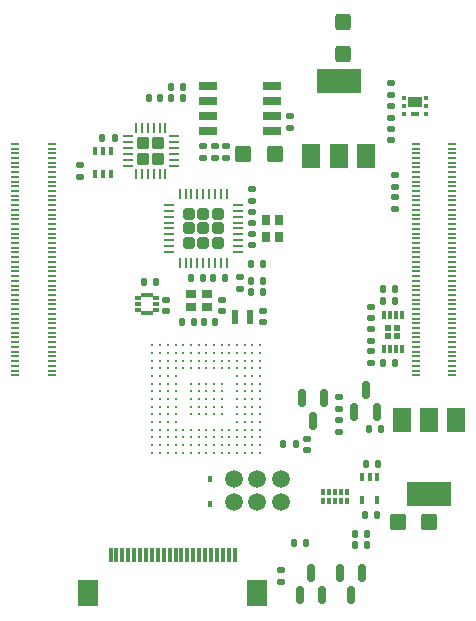
<source format=gbr>
%TF.GenerationSoftware,KiCad,Pcbnew,(6.0.0-0)*%
%TF.CreationDate,2022-02-19T21:54:14+03:00*%
%TF.ProjectId,CopterCat_cm4,436f7074-6572-4436-9174-5f636d342e6b,rev?*%
%TF.SameCoordinates,Original*%
%TF.FileFunction,Paste,Top*%
%TF.FilePolarity,Positive*%
%FSLAX46Y46*%
G04 Gerber Fmt 4.6, Leading zero omitted, Abs format (unit mm)*
G04 Created by KiCad (PCBNEW (6.0.0-0)) date 2022-02-19 21:54:14*
%MOMM*%
%LPD*%
G01*
G04 APERTURE LIST*
G04 Aperture macros list*
%AMRoundRect*
0 Rectangle with rounded corners*
0 $1 Rounding radius*
0 $2 $3 $4 $5 $6 $7 $8 $9 X,Y pos of 4 corners*
0 Add a 4 corners polygon primitive as box body*
4,1,4,$2,$3,$4,$5,$6,$7,$8,$9,$2,$3,0*
0 Add four circle primitives for the rounded corners*
1,1,$1+$1,$2,$3*
1,1,$1+$1,$4,$5*
1,1,$1+$1,$6,$7*
1,1,$1+$1,$8,$9*
0 Add four rect primitives between the rounded corners*
20,1,$1+$1,$2,$3,$4,$5,0*
20,1,$1+$1,$4,$5,$6,$7,0*
20,1,$1+$1,$6,$7,$8,$9,0*
20,1,$1+$1,$8,$9,$2,$3,0*%
G04 Aperture macros list end*
%ADD10R,1.500000X2.000000*%
%ADD11R,3.800000X2.000000*%
%ADD12RoundRect,0.135000X-0.185000X0.135000X-0.185000X-0.135000X0.185000X-0.135000X0.185000X0.135000X0*%
%ADD13RoundRect,0.250000X0.275000X0.275000X-0.275000X0.275000X-0.275000X-0.275000X0.275000X-0.275000X0*%
%ADD14RoundRect,0.062500X0.350000X0.062500X-0.350000X0.062500X-0.350000X-0.062500X0.350000X-0.062500X0*%
%ADD15RoundRect,0.062500X0.062500X0.350000X-0.062500X0.350000X-0.062500X-0.350000X0.062500X-0.350000X0*%
%ADD16RoundRect,0.135000X0.135000X0.185000X-0.135000X0.185000X-0.135000X-0.185000X0.135000X-0.185000X0*%
%ADD17RoundRect,0.135000X0.185000X-0.135000X0.185000X0.135000X-0.185000X0.135000X-0.185000X-0.135000X0*%
%ADD18RoundRect,0.135000X-0.135000X-0.185000X0.135000X-0.185000X0.135000X0.185000X-0.135000X0.185000X0*%
%ADD19RoundRect,0.247500X-0.247500X0.247500X-0.247500X-0.247500X0.247500X-0.247500X0.247500X0.247500X0*%
%ADD20RoundRect,0.062500X-0.062500X0.350000X-0.062500X-0.350000X0.062500X-0.350000X0.062500X0.350000X0*%
%ADD21RoundRect,0.062500X-0.350000X0.062500X-0.350000X-0.062500X0.350000X-0.062500X0.350000X0.062500X0*%
%ADD22RoundRect,0.140000X-0.170000X0.140000X-0.170000X-0.140000X0.170000X-0.140000X0.170000X0.140000X0*%
%ADD23R,0.425000X0.400000*%
%ADD24R,1.150000X0.950000*%
%ADD25R,0.750000X0.300000*%
%ADD26RoundRect,0.140000X0.140000X0.170000X-0.140000X0.170000X-0.140000X-0.170000X0.140000X-0.170000X0*%
%ADD27R,0.400000X0.650000*%
%ADD28RoundRect,0.150000X-0.150000X0.587500X-0.150000X-0.587500X0.150000X-0.587500X0.150000X0.587500X0*%
%ADD29R,0.900000X0.800000*%
%ADD30R,0.300000X0.550000*%
%ADD31R,0.400000X0.550000*%
%ADD32R,0.700000X0.200000*%
%ADD33R,0.800000X0.900000*%
%ADD34R,0.300000X1.300000*%
%ADD35R,1.800000X2.200000*%
%ADD36RoundRect,0.250000X-0.450000X-0.425000X0.450000X-0.425000X0.450000X0.425000X-0.450000X0.425000X0*%
%ADD37RoundRect,0.007000X-0.183000X0.168000X-0.183000X-0.168000X0.183000X-0.168000X0.183000X0.168000X0*%
%ADD38C,0.300000*%
%ADD39RoundRect,0.140000X-0.140000X-0.170000X0.140000X-0.170000X0.140000X0.170000X-0.140000X0.170000X0*%
%ADD40R,1.500000X0.650000*%
%ADD41RoundRect,0.140000X0.170000X-0.140000X0.170000X0.140000X-0.170000X0.140000X-0.170000X-0.140000X0*%
%ADD42RoundRect,0.150000X0.150000X-0.587500X0.150000X0.587500X-0.150000X0.587500X-0.150000X-0.587500X0*%
%ADD43RoundRect,0.250000X0.425000X-0.450000X0.425000X0.450000X-0.425000X0.450000X-0.425000X-0.450000X0*%
%ADD44C,1.500000*%
%ADD45R,0.450000X0.600000*%
%ADD46R,0.600000X0.500000*%
%ADD47R,0.300000X0.750000*%
%ADD48R,0.600000X1.200000*%
G04 APERTURE END LIST*
D10*
%TO.C,U9*%
X246300000Y-119050000D03*
X244000000Y-119050000D03*
D11*
X244000000Y-125350000D03*
D10*
X241700000Y-119050000D03*
%TD*%
D12*
%TO.C,R17*%
X232225000Y-93365000D03*
X232225000Y-94385000D03*
%TD*%
D13*
%TO.C,U8*%
X221100000Y-95650000D03*
X221100000Y-96950000D03*
X219800000Y-95650000D03*
X219800000Y-96950000D03*
D14*
X222387500Y-97550000D03*
X222387500Y-97050000D03*
X222387500Y-96550000D03*
X222387500Y-96050000D03*
X222387500Y-95550000D03*
X222387500Y-95050000D03*
D15*
X221700000Y-94362500D03*
X221200000Y-94362500D03*
X220700000Y-94362500D03*
X220200000Y-94362500D03*
X219700000Y-94362500D03*
X219200000Y-94362500D03*
D14*
X218512500Y-95050000D03*
X218512500Y-95550000D03*
X218512500Y-96050000D03*
X218512500Y-96550000D03*
X218512500Y-97050000D03*
X218512500Y-97550000D03*
D15*
X219200000Y-98237500D03*
X219700000Y-98237500D03*
X220200000Y-98237500D03*
X220700000Y-98237500D03*
X221200000Y-98237500D03*
X221700000Y-98237500D03*
%TD*%
D16*
%TO.C,R38*%
X233635000Y-129475000D03*
X232615000Y-129475000D03*
%TD*%
D17*
%TO.C,R20*%
X241150000Y-101235000D03*
X241150000Y-100215000D03*
%TD*%
D16*
%TO.C,R48*%
X224860000Y-107050000D03*
X223840000Y-107050000D03*
%TD*%
D18*
%TO.C,R15*%
X222165000Y-90875000D03*
X223185000Y-90875000D03*
%TD*%
D19*
%TO.C,U19*%
X224900000Y-104100000D03*
X223670000Y-101640000D03*
X226130000Y-101640000D03*
X224900000Y-101640000D03*
X226130000Y-102870000D03*
X224900000Y-102870000D03*
X223670000Y-104100000D03*
X223670000Y-102870000D03*
X226130000Y-104100000D03*
D20*
X226900000Y-99932500D03*
X226400000Y-99932500D03*
X225900000Y-99932500D03*
X225400000Y-99932500D03*
X224900000Y-99932500D03*
X224400000Y-99932500D03*
X223900000Y-99932500D03*
X223400000Y-99932500D03*
X222900000Y-99932500D03*
D21*
X221962500Y-100870000D03*
X221962500Y-101370000D03*
X221962500Y-101870000D03*
X221962500Y-102370000D03*
X221962500Y-102870000D03*
X221962500Y-103370000D03*
X221962500Y-103870000D03*
X221962500Y-104370000D03*
X221962500Y-104870000D03*
D20*
X222900000Y-105807500D03*
X223400000Y-105807500D03*
X223900000Y-105807500D03*
X224400000Y-105807500D03*
X224900000Y-105807500D03*
X225400000Y-105807500D03*
X225900000Y-105807500D03*
X226400000Y-105807500D03*
X226900000Y-105807500D03*
D21*
X227837500Y-104870000D03*
X227837500Y-104370000D03*
X227837500Y-103870000D03*
X227837500Y-103370000D03*
X227837500Y-102870000D03*
X227837500Y-102370000D03*
X227837500Y-101870000D03*
X227837500Y-101370000D03*
X227837500Y-100870000D03*
%TD*%
D12*
%TO.C,R51*%
X229000000Y-99540000D03*
X229000000Y-100560000D03*
%TD*%
D22*
%TO.C,C9*%
X229925000Y-109870000D03*
X229925000Y-110830000D03*
%TD*%
%TO.C,C25*%
X240800000Y-94420000D03*
X240800000Y-95380000D03*
%TD*%
D23*
%TO.C,Q8*%
X241912500Y-91850000D03*
X241912500Y-92500000D03*
X241912500Y-93150000D03*
X243787500Y-93150000D03*
X243787500Y-92500000D03*
X243787500Y-91850000D03*
D24*
X242850000Y-92175000D03*
D25*
X242850000Y-93150000D03*
%TD*%
D22*
%TO.C,C20*%
X228990000Y-101470000D03*
X228990000Y-102430000D03*
%TD*%
D26*
%TO.C,C8*%
X225910000Y-110800000D03*
X224950000Y-110800000D03*
%TD*%
D12*
%TO.C,R43*%
X236425000Y-119065000D03*
X236425000Y-120085000D03*
%TD*%
D27*
%TO.C,U13*%
X239650000Y-123950000D03*
X239000000Y-123950000D03*
X238350000Y-123950000D03*
X238350000Y-125850000D03*
X239650000Y-125850000D03*
%TD*%
D18*
%TO.C,R50*%
X238590000Y-127100000D03*
X239610000Y-127100000D03*
%TD*%
D27*
%TO.C,Q3*%
X217075000Y-96350000D03*
X216425000Y-96350000D03*
X215775000Y-96350000D03*
X215775000Y-98250000D03*
X216425000Y-98250000D03*
X217075000Y-98250000D03*
%TD*%
D22*
%TO.C,C21*%
X228990000Y-103330000D03*
X228990000Y-104290000D03*
%TD*%
D28*
%TO.C,Q7*%
X235150000Y-117262500D03*
X233250000Y-117262500D03*
X234200000Y-119137500D03*
%TD*%
D22*
%TO.C,C7*%
X221775000Y-108895000D03*
X221775000Y-109855000D03*
%TD*%
D16*
%TO.C,R29*%
X241110000Y-108025000D03*
X240090000Y-108025000D03*
%TD*%
D29*
%TO.C,Y1*%
X225230000Y-108450000D03*
X223830000Y-108450000D03*
X223830000Y-109550000D03*
X225230000Y-109550000D03*
%TD*%
D30*
%TO.C,U15*%
X237050000Y-125215000D03*
X236550000Y-125215000D03*
D31*
X236050000Y-125215000D03*
D30*
X235550000Y-125215000D03*
X235050000Y-125215000D03*
X235050000Y-125985000D03*
X235550000Y-125985000D03*
D31*
X236050000Y-125985000D03*
D30*
X236550000Y-125985000D03*
X237050000Y-125985000D03*
%TD*%
D17*
%TO.C,R47*%
X240800000Y-93510000D03*
X240800000Y-92490000D03*
%TD*%
D28*
%TO.C,Q4*%
X238350000Y-132062500D03*
X236450000Y-132062500D03*
X237400000Y-133937500D03*
%TD*%
D26*
%TO.C,C22*%
X229930000Y-107275000D03*
X228970000Y-107275000D03*
%TD*%
D32*
%TO.C,U6*%
X246000000Y-115300000D03*
X242920000Y-115300000D03*
X246000000Y-114900000D03*
X242920000Y-114900000D03*
X246000000Y-114500000D03*
X242920000Y-114500000D03*
X246000000Y-114100000D03*
X242920000Y-114100000D03*
X246000000Y-113700000D03*
X242920000Y-113700000D03*
X246000000Y-113300000D03*
X242920000Y-113300000D03*
X246000000Y-112900000D03*
X242920000Y-112900000D03*
X246000000Y-112500000D03*
X242920000Y-112500000D03*
X246000000Y-112100000D03*
X242920000Y-112100000D03*
X246000000Y-111700000D03*
X242920000Y-111700000D03*
X246000000Y-111300000D03*
X242920000Y-111300000D03*
X246000000Y-110900000D03*
X242920000Y-110900000D03*
X246000000Y-110500000D03*
X242920000Y-110500000D03*
X246000000Y-110100000D03*
X242920000Y-110100000D03*
X246000000Y-109700000D03*
X242920000Y-109700000D03*
X246000000Y-109300000D03*
X242920000Y-109300000D03*
X246000000Y-108900000D03*
X242920000Y-108900000D03*
X246000000Y-108500000D03*
X242920000Y-108500000D03*
X246000000Y-108100000D03*
X242920000Y-108100000D03*
X246000000Y-107700000D03*
X242920000Y-107700000D03*
X246000000Y-107300000D03*
X242920000Y-107300000D03*
X246000000Y-106900000D03*
X242920000Y-106900000D03*
X246000000Y-106500000D03*
X242920000Y-106500000D03*
X246000000Y-106100000D03*
X242920000Y-106100000D03*
X246000000Y-105700000D03*
X242920000Y-105700000D03*
X246000000Y-105300000D03*
X242920000Y-105300000D03*
X246000000Y-104900000D03*
X242920000Y-104900000D03*
X246000000Y-104500000D03*
X242920000Y-104500000D03*
X246000000Y-104100000D03*
X242920000Y-104100000D03*
X246000000Y-103700000D03*
X242920000Y-103700000D03*
X246000000Y-103300000D03*
X242920000Y-103300000D03*
X246000000Y-102900000D03*
X242920000Y-102900000D03*
X246000000Y-102500000D03*
X242920000Y-102500000D03*
X246000000Y-102100000D03*
X242920000Y-102100000D03*
X246000000Y-101700000D03*
X242920000Y-101700000D03*
X246000000Y-101300000D03*
X242920000Y-101300000D03*
X246000000Y-100900000D03*
X242920000Y-100900000D03*
X246000000Y-100500000D03*
X242920000Y-100500000D03*
X246000000Y-100100000D03*
X242920000Y-100100000D03*
X246000000Y-99700000D03*
X242920000Y-99700000D03*
X246000000Y-99300000D03*
X242920000Y-99300000D03*
X246000000Y-98900000D03*
X242920000Y-98900000D03*
X246000000Y-98500000D03*
X242920000Y-98500000D03*
X246000000Y-98100000D03*
X242920000Y-98100000D03*
X246000000Y-97700000D03*
X242920000Y-97700000D03*
X246000000Y-97300000D03*
X242920000Y-97300000D03*
X246000000Y-96900000D03*
X242920000Y-96900000D03*
X246000000Y-96500000D03*
X242920000Y-96500000D03*
X246000000Y-96100000D03*
X242920000Y-96100000D03*
X246000000Y-95700000D03*
X242920000Y-95700000D03*
X212080000Y-115300000D03*
X209000000Y-115300000D03*
X212080000Y-114900000D03*
X209000000Y-114900000D03*
X212080000Y-114500000D03*
X209000000Y-114500000D03*
X212080000Y-114100000D03*
X209000000Y-114100000D03*
X212080000Y-113700000D03*
X209000000Y-113700000D03*
X212080000Y-113300000D03*
X209000000Y-113300000D03*
X212080000Y-112900000D03*
X209000000Y-112900000D03*
X212080000Y-112500000D03*
X209000000Y-112500000D03*
X212080000Y-112100000D03*
X209000000Y-112100000D03*
X212080000Y-111700000D03*
X209000000Y-111700000D03*
X212080000Y-111300000D03*
X209000000Y-111300000D03*
X212080000Y-110900000D03*
X209000000Y-110900000D03*
X212080000Y-110500000D03*
X209000000Y-110500000D03*
X212080000Y-110100000D03*
X209000000Y-110100000D03*
X212080000Y-109700000D03*
X209000000Y-109700000D03*
X212080000Y-109300000D03*
X209000000Y-109300000D03*
X212080000Y-108900000D03*
X209000000Y-108900000D03*
X212080000Y-108500000D03*
X209000000Y-108500000D03*
X212080000Y-108100000D03*
X209000000Y-108100000D03*
X212080000Y-107700000D03*
X209000000Y-107700000D03*
X212080000Y-107300000D03*
X209000000Y-107300000D03*
X212080000Y-106900000D03*
X209000000Y-106900000D03*
X212080000Y-106500000D03*
X209000000Y-106500000D03*
X212080000Y-106100000D03*
X209000000Y-106100000D03*
X212080000Y-105700000D03*
X209000000Y-105700000D03*
X212080000Y-105300000D03*
X209000000Y-105300000D03*
X212080000Y-104900000D03*
X209000000Y-104900000D03*
X212080000Y-104500000D03*
X209000000Y-104500000D03*
X212080000Y-104100000D03*
X209000000Y-104100000D03*
X212080000Y-103700000D03*
X209000000Y-103700000D03*
X212080000Y-103300000D03*
X209000000Y-103300000D03*
X212080000Y-102900000D03*
X209000000Y-102900000D03*
X212080000Y-102500000D03*
X209000000Y-102500000D03*
X212080000Y-102100000D03*
X209000000Y-102100000D03*
X212080000Y-101700000D03*
X209000000Y-101700000D03*
X212080000Y-101300000D03*
X209000000Y-101300000D03*
X212080000Y-100900000D03*
X209000000Y-100900000D03*
X212080000Y-100500000D03*
X209000000Y-100500000D03*
X212080000Y-100100000D03*
X209000000Y-100100000D03*
X212080000Y-99700000D03*
X209000000Y-99700000D03*
X212080000Y-99300000D03*
X209000000Y-99300000D03*
X212080000Y-98900000D03*
X209000000Y-98900000D03*
X212080000Y-98500000D03*
X209000000Y-98500000D03*
X212080000Y-98100000D03*
X209000000Y-98100000D03*
X212080000Y-97700000D03*
X209000000Y-97700000D03*
X212080000Y-97300000D03*
X209000000Y-97300000D03*
X212080000Y-96900000D03*
X209000000Y-96900000D03*
X212080000Y-96500000D03*
X209000000Y-96500000D03*
X212080000Y-96100000D03*
X209000000Y-96100000D03*
X212080000Y-95700000D03*
X209000000Y-95700000D03*
%TD*%
D16*
%TO.C,R39*%
X238760000Y-128700000D03*
X237740000Y-128700000D03*
%TD*%
D18*
%TO.C,R52*%
X228940000Y-105900000D03*
X229960000Y-105900000D03*
%TD*%
D33*
%TO.C,Y3*%
X230230000Y-102190000D03*
X230230000Y-103590000D03*
X231330000Y-103590000D03*
X231330000Y-102190000D03*
%TD*%
D22*
%TO.C,C42*%
X224900000Y-95920000D03*
X224900000Y-96880000D03*
%TD*%
D34*
%TO.C,CAM1*%
X217050000Y-130500000D03*
X217550000Y-130500000D03*
X218050000Y-130500000D03*
X218550000Y-130500000D03*
X219050000Y-130500000D03*
X219550000Y-130500000D03*
X220050000Y-130500000D03*
X220550000Y-130500000D03*
X221050000Y-130500000D03*
X221550000Y-130500000D03*
X222050000Y-130500000D03*
X222550000Y-130500000D03*
X223050000Y-130500000D03*
X223550000Y-130500000D03*
X224050000Y-130500000D03*
X224550000Y-130500000D03*
X225050000Y-130500000D03*
X225550000Y-130500000D03*
X226050000Y-130500000D03*
X226550000Y-130500000D03*
X227050000Y-130500000D03*
X227550000Y-130500000D03*
D35*
X215150000Y-133750000D03*
X229450000Y-133750000D03*
%TD*%
D22*
%TO.C,C19*%
X214425000Y-97520000D03*
X214425000Y-98480000D03*
%TD*%
D36*
%TO.C,C41*%
X241350000Y-127700000D03*
X244050000Y-127700000D03*
%TD*%
D37*
%TO.C,U3*%
X220350000Y-108517500D03*
X219850000Y-108517500D03*
X219335000Y-108782500D03*
X219335000Y-109282500D03*
X219335000Y-109782500D03*
X219850000Y-110047500D03*
X220350000Y-110047500D03*
X220865000Y-109782500D03*
X220865000Y-109282500D03*
X220865000Y-108782500D03*
%TD*%
D38*
%TO.C,U1*%
X229700000Y-112750000D03*
X229700000Y-113400000D03*
X229700000Y-114050000D03*
X229700000Y-114700000D03*
X229700000Y-115350000D03*
X229700000Y-116000000D03*
X229700000Y-116650000D03*
X229700000Y-117300000D03*
X229700000Y-117950000D03*
X229700000Y-118600000D03*
X229700000Y-119250000D03*
X229700000Y-119900000D03*
X229700000Y-120550000D03*
X229700000Y-121200000D03*
X229700000Y-121850000D03*
X229050000Y-112750000D03*
X229050000Y-113400000D03*
X229050000Y-114050000D03*
X229050000Y-114700000D03*
X229050000Y-115350000D03*
X229050000Y-116000000D03*
X229050000Y-116650000D03*
X229050000Y-117300000D03*
X229050000Y-117950000D03*
X229050000Y-118600000D03*
X229050000Y-119250000D03*
X229050000Y-119900000D03*
X229050000Y-120550000D03*
X229050000Y-121200000D03*
X229050000Y-121850000D03*
X228400000Y-112750000D03*
X228400000Y-113400000D03*
X228400000Y-114050000D03*
X228400000Y-114700000D03*
X228400000Y-115350000D03*
X228400000Y-116000000D03*
X228400000Y-116650000D03*
X228400000Y-117300000D03*
X228400000Y-117950000D03*
X228400000Y-118600000D03*
X228400000Y-119250000D03*
X228400000Y-119900000D03*
X228400000Y-120550000D03*
X228400000Y-121200000D03*
X228400000Y-121850000D03*
X227750000Y-112750000D03*
X227750000Y-113400000D03*
X227750000Y-114050000D03*
X227750000Y-114700000D03*
X227750000Y-115350000D03*
X227750000Y-116000000D03*
X227750000Y-116650000D03*
X227750000Y-117300000D03*
X227750000Y-117950000D03*
X227750000Y-118600000D03*
X227750000Y-119250000D03*
X227750000Y-119900000D03*
X227750000Y-120550000D03*
X227750000Y-121200000D03*
X227750000Y-121850000D03*
X227100000Y-112750000D03*
X227100000Y-113400000D03*
X227100000Y-114050000D03*
X227100000Y-114700000D03*
X227100000Y-119900000D03*
X227100000Y-120550000D03*
X227100000Y-121200000D03*
X227100000Y-121850000D03*
X226450000Y-112750000D03*
X226450000Y-113400000D03*
X226450000Y-114050000D03*
X226450000Y-114700000D03*
X226450000Y-116000000D03*
X226450000Y-116650000D03*
X226450000Y-117300000D03*
X226450000Y-117950000D03*
X226450000Y-118600000D03*
X226450000Y-119900000D03*
X226450000Y-120550000D03*
X226450000Y-121200000D03*
X226450000Y-121850000D03*
X225800000Y-112750000D03*
X225800000Y-113400000D03*
X225800000Y-114050000D03*
X225800000Y-114700000D03*
X225800000Y-116000000D03*
X225800000Y-116650000D03*
X225800000Y-117300000D03*
X225800000Y-117950000D03*
X225800000Y-118600000D03*
X225800000Y-119900000D03*
X225800000Y-120550000D03*
X225800000Y-121200000D03*
X225800000Y-121850000D03*
X225150000Y-112750000D03*
X225150000Y-113400000D03*
X225150000Y-114050000D03*
X225150000Y-114700000D03*
X225150000Y-116000000D03*
X225150000Y-116650000D03*
X225150000Y-117300000D03*
X225150000Y-117950000D03*
X225150000Y-118600000D03*
X225150000Y-119900000D03*
X225150000Y-120550000D03*
X225150000Y-121200000D03*
X225150000Y-121850000D03*
X224500000Y-112750000D03*
X224500000Y-113400000D03*
X224500000Y-114050000D03*
X224500000Y-114700000D03*
X224500000Y-116000000D03*
X224500000Y-116650000D03*
X224500000Y-117300000D03*
X224500000Y-117950000D03*
X224500000Y-118600000D03*
X224500000Y-119900000D03*
X224500000Y-120550000D03*
X224500000Y-121200000D03*
X224500000Y-121850000D03*
X223850000Y-112750000D03*
X223850000Y-113400000D03*
X223850000Y-114050000D03*
X223850000Y-114700000D03*
X223850000Y-116000000D03*
X223850000Y-116650000D03*
X223850000Y-117300000D03*
X223850000Y-117950000D03*
X223850000Y-118600000D03*
X223850000Y-119900000D03*
X223850000Y-120550000D03*
X223850000Y-121200000D03*
X223850000Y-121850000D03*
X223200000Y-112750000D03*
X223200000Y-113400000D03*
X223200000Y-114050000D03*
X223200000Y-114700000D03*
X223200000Y-119900000D03*
X223200000Y-120550000D03*
X223200000Y-121200000D03*
X223200000Y-121850000D03*
X222550000Y-112750000D03*
X222550000Y-113400000D03*
X222550000Y-114050000D03*
X222550000Y-114700000D03*
X222550000Y-115350000D03*
X222550000Y-116000000D03*
X222550000Y-116650000D03*
X222550000Y-117300000D03*
X222550000Y-117950000D03*
X222550000Y-118600000D03*
X222550000Y-119250000D03*
X222550000Y-119900000D03*
X222550000Y-120550000D03*
X222550000Y-121200000D03*
X222550000Y-121850000D03*
X221900000Y-112750000D03*
X221900000Y-113400000D03*
X221900000Y-114050000D03*
X221900000Y-114700000D03*
X221900000Y-115350000D03*
X221900000Y-116000000D03*
X221900000Y-116650000D03*
X221900000Y-117300000D03*
X221900000Y-117950000D03*
X221900000Y-118600000D03*
X221900000Y-119250000D03*
X221900000Y-119900000D03*
X221900000Y-120550000D03*
X221900000Y-121200000D03*
X221900000Y-121850000D03*
X221250000Y-112750000D03*
X221250000Y-113400000D03*
X221250000Y-114050000D03*
X221250000Y-114700000D03*
X221250000Y-115350000D03*
X221250000Y-116000000D03*
X221250000Y-116650000D03*
X221250000Y-117300000D03*
X221250000Y-117950000D03*
X221250000Y-118600000D03*
X221250000Y-119250000D03*
X221250000Y-119900000D03*
X221250000Y-120550000D03*
X221250000Y-121200000D03*
X221250000Y-121850000D03*
X220600000Y-112750000D03*
X220600000Y-113400000D03*
X220600000Y-114050000D03*
X220600000Y-114700000D03*
X220600000Y-115350000D03*
X220600000Y-116000000D03*
X220600000Y-116650000D03*
X220600000Y-117300000D03*
X220600000Y-117950000D03*
X220600000Y-118600000D03*
X220600000Y-119250000D03*
X220600000Y-119900000D03*
X220600000Y-120550000D03*
X220600000Y-121200000D03*
X220600000Y-121850000D03*
%TD*%
D36*
%TO.C,C40*%
X228275000Y-96525000D03*
X230975000Y-96525000D03*
%TD*%
D39*
%TO.C,C24*%
X238950000Y-119875000D03*
X239910000Y-119875000D03*
%TD*%
D22*
%TO.C,C44*%
X225875000Y-95920000D03*
X225875000Y-96880000D03*
%TD*%
D40*
%TO.C,IC1*%
X225325000Y-90820000D03*
X225325000Y-92090000D03*
X225325000Y-93360000D03*
X225325000Y-94630000D03*
X230725000Y-94630000D03*
X230725000Y-93360000D03*
X230725000Y-92090000D03*
X230725000Y-90820000D03*
%TD*%
D18*
%TO.C,R30*%
X240090000Y-109025000D03*
X241110000Y-109025000D03*
%TD*%
D41*
%TO.C,C12*%
X226525000Y-109880000D03*
X226525000Y-108920000D03*
%TD*%
D12*
%TO.C,R35*%
X239125000Y-113265000D03*
X239125000Y-114285000D03*
%TD*%
D18*
%TO.C,R8*%
X238690000Y-122800000D03*
X239710000Y-122800000D03*
%TD*%
D12*
%TO.C,R54*%
X231500000Y-131790000D03*
X231500000Y-132810000D03*
%TD*%
D17*
%TO.C,R56*%
X240800000Y-91610000D03*
X240800000Y-90590000D03*
%TD*%
D16*
%TO.C,R53*%
X226760000Y-107050000D03*
X225740000Y-107050000D03*
%TD*%
D39*
%TO.C,C23*%
X228970000Y-108250000D03*
X229930000Y-108250000D03*
%TD*%
D26*
%TO.C,C6*%
X220880000Y-107425000D03*
X219920000Y-107425000D03*
%TD*%
D42*
%TO.C,Q5*%
X233050000Y-133937500D03*
X234950000Y-133937500D03*
X234000000Y-132062500D03*
%TD*%
D18*
%TO.C,R36*%
X240090000Y-114275000D03*
X241110000Y-114275000D03*
%TD*%
D43*
%TO.C,C38*%
X236725000Y-88125000D03*
X236725000Y-85425000D03*
%TD*%
D18*
%TO.C,R18*%
X216365000Y-95200000D03*
X217385000Y-95200000D03*
%TD*%
D17*
%TO.C,R19*%
X241150000Y-99335000D03*
X241150000Y-98315000D03*
%TD*%
%TO.C,R44*%
X236425000Y-118185000D03*
X236425000Y-117165000D03*
%TD*%
D18*
%TO.C,R55*%
X237740000Y-129650000D03*
X238760000Y-129650000D03*
%TD*%
D22*
%TO.C,C43*%
X226800000Y-95920000D03*
X226800000Y-96880000D03*
%TD*%
D44*
%TO.C,STM_DEBUG1*%
X231475000Y-126060000D03*
X229475000Y-126060000D03*
X227475000Y-126060000D03*
X231475000Y-124060000D03*
X229475000Y-124060000D03*
X227475000Y-124060000D03*
%TD*%
D18*
%TO.C,R16*%
X222165000Y-91850000D03*
X223185000Y-91850000D03*
%TD*%
D41*
%TO.C,C35*%
X239125000Y-110480000D03*
X239125000Y-109520000D03*
%TD*%
D45*
%TO.C,D5*%
X225450000Y-126175000D03*
X225450000Y-124075000D03*
%TD*%
D16*
%TO.C,R57*%
X232710000Y-121150000D03*
X231690000Y-121150000D03*
%TD*%
D46*
%TO.C,U16*%
X240575000Y-111975000D03*
X240575000Y-111325000D03*
X241325000Y-111975000D03*
X241325000Y-111325000D03*
D47*
X240200000Y-113100000D03*
X240700000Y-113100000D03*
X241200000Y-113100000D03*
X241700000Y-113100000D03*
X241700000Y-110200000D03*
X241200000Y-110200000D03*
X240700000Y-110200000D03*
X240200000Y-110200000D03*
%TD*%
D26*
%TO.C,C27*%
X221255000Y-91850000D03*
X220295000Y-91850000D03*
%TD*%
D42*
%TO.C,Q6*%
X237700000Y-118387500D03*
X239600000Y-118387500D03*
X238650000Y-116512500D03*
%TD*%
D22*
%TO.C,C37*%
X233700000Y-120670000D03*
X233700000Y-121630000D03*
%TD*%
D26*
%TO.C,C11*%
X224080000Y-110800000D03*
X223120000Y-110800000D03*
%TD*%
D48*
%TO.C,Y2*%
X228825000Y-110350000D03*
X227625000Y-110350000D03*
%TD*%
D17*
%TO.C,R37*%
X239125000Y-112385000D03*
X239125000Y-111365000D03*
%TD*%
%TO.C,R49*%
X228050000Y-107960000D03*
X228050000Y-106940000D03*
%TD*%
D10*
%TO.C,U12*%
X234050000Y-96700000D03*
D11*
X236350000Y-90400000D03*
D10*
X236350000Y-96700000D03*
X238650000Y-96700000D03*
%TD*%
M02*

</source>
